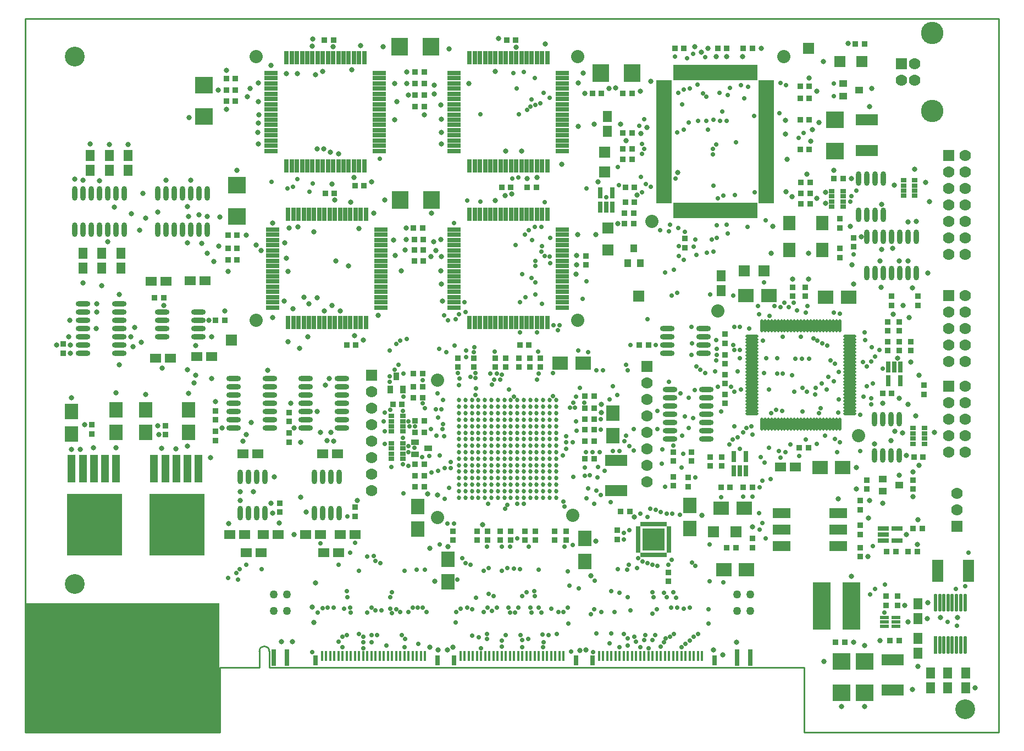
<source format=gts>
%FSLAX23Y23*%
%MOIN*%
G70*
G01*
G75*
G04 Layer_Color=8388736*
%ADD10C,0.040*%
%ADD11R,0.037X0.035*%
%ADD12R,0.037X0.035*%
%ADD13R,0.075X0.020*%
%ADD14R,0.020X0.075*%
%ADD15R,0.330X0.370*%
%ADD16R,0.040X0.160*%
%ADD17R,0.090X0.012*%
%ADD18R,0.012X0.090*%
%ADD19R,0.031X0.060*%
%ADD20R,0.014X0.060*%
%ADD21R,0.030X0.100*%
%ADD22O,0.080X0.024*%
%ADD23O,0.024X0.080*%
%ADD24R,0.070X0.078*%
%ADD25R,0.063X0.063*%
%ADD26R,0.035X0.037*%
%ADD27R,0.035X0.037*%
%ADD28R,0.015X0.100*%
%ADD29O,0.015X0.100*%
%ADD30R,0.098X0.051*%
%ADD31R,0.100X0.052*%
%ADD32R,0.128X0.128*%
%ADD33R,0.020X0.012*%
%ADD34R,0.012X0.020*%
%ADD35R,0.030X0.030*%
%ADD36R,0.085X0.071*%
%ADD37R,0.071X0.085*%
%ADD38R,0.030X0.030*%
%ADD39R,0.125X0.060*%
%ADD40R,0.030X0.037*%
%ADD41R,0.060X0.050*%
%ADD42R,0.037X0.030*%
%ADD43R,0.050X0.060*%
%ADD44R,0.100X0.095*%
%ADD45R,0.060X0.060*%
%ADD46R,0.060X0.125*%
%ADD47R,0.028X0.017*%
%ADD48R,0.095X0.100*%
%ADD49R,0.063X0.063*%
%ADD50R,0.060X0.060*%
%ADD51O,0.071X0.012*%
%ADD52O,0.012X0.071*%
%ADD53R,0.100X0.280*%
%ADD54R,0.045X0.014*%
%ADD55R,0.057X0.022*%
%ADD56R,0.057X0.022*%
%ADD57R,0.022X0.057*%
%ADD58R,0.022X0.057*%
%ADD59C,0.019*%
%ADD60R,1.170X0.780*%
%ADD61C,0.020*%
%ADD62C,0.008*%
%ADD63C,0.006*%
%ADD64C,0.010*%
%ADD65C,0.015*%
%ADD66C,0.010*%
%ADD67C,0.050*%
%ADD68C,0.062*%
%ADD69R,0.062X0.062*%
%ADD70C,0.128*%
%ADD71C,0.236*%
%ADD72C,0.020*%
%ADD73C,0.025*%
%ADD74C,0.040*%
G04:AMPARAMS|DCode=75|XSize=85mil|YSize=85mil|CornerRadius=0mil|HoleSize=0mil|Usage=FLASHONLY|Rotation=0.000|XOffset=0mil|YOffset=0mil|HoleType=Round|Shape=Relief|Width=10mil|Gap=10mil|Entries=4|*
%AMTHD75*
7,0,0,0.085,0.065,0.010,45*
%
%ADD75THD75*%
%ADD76C,0.082*%
%ADD77C,0.132*%
G04:AMPARAMS|DCode=78|XSize=102mil|YSize=102mil|CornerRadius=0mil|HoleSize=0mil|Usage=FLASHONLY|Rotation=0.000|XOffset=0mil|YOffset=0mil|HoleType=Round|Shape=Relief|Width=10mil|Gap=10mil|Entries=4|*
%AMTHD78*
7,0,0,0.102,0.082,0.010,45*
%
%ADD78THD78*%
%ADD79C,0.065*%
G04:AMPARAMS|DCode=80|XSize=178mil|YSize=178mil|CornerRadius=0mil|HoleSize=0mil|Usage=FLASHONLY|Rotation=0.000|XOffset=0mil|YOffset=0mil|HoleType=Round|Shape=Relief|Width=10mil|Gap=10mil|Entries=4|*
%AMTHD80*
7,0,0,0.178,0.158,0.010,45*
%
%ADD80THD80*%
G04:AMPARAMS|DCode=81|XSize=96mil|YSize=96mil|CornerRadius=0mil|HoleSize=0mil|Usage=FLASHONLY|Rotation=0.000|XOffset=0mil|YOffset=0mil|HoleType=Round|Shape=Relief|Width=10mil|Gap=10mil|Entries=4|*
%AMTHD81*
7,0,0,0.096,0.076,0.010,45*
%
%ADD81THD81*%
%ADD82C,0.030*%
%ADD83C,0.035*%
%ADD84C,0.158*%
%ADD85C,0.076*%
%ADD86R,0.016X0.085*%
%ADD87R,0.707X0.020*%
%ADD88C,0.009*%
%ADD89C,0.010*%
%ADD90C,0.012*%
%ADD91C,0.024*%
%ADD92C,0.004*%
%ADD93C,0.008*%
%ADD94C,0.005*%
%ADD95R,0.350X0.200*%
%ADD96R,0.090X0.740*%
%ADD97R,0.500X0.090*%
%ADD98R,0.505X0.090*%
%ADD99C,0.080*%
%ADD100C,0.120*%
%ADD101R,0.045X0.043*%
%ADD102R,0.045X0.043*%
%ADD103R,0.083X0.028*%
%ADD104R,0.028X0.083*%
%ADD105R,0.338X0.378*%
%ADD106R,0.048X0.168*%
%ADD107R,0.098X0.020*%
%ADD108R,0.020X0.098*%
%ADD109O,0.088X0.032*%
%ADD110O,0.032X0.088*%
%ADD111R,0.078X0.086*%
%ADD112R,0.071X0.071*%
%ADD113R,0.043X0.045*%
%ADD114R,0.043X0.045*%
%ADD115R,0.023X0.108*%
%ADD116O,0.023X0.108*%
%ADD117R,0.106X0.059*%
%ADD118R,0.108X0.060*%
%ADD119R,0.136X0.136*%
%ADD120R,0.028X0.020*%
%ADD121R,0.020X0.028*%
%ADD122R,0.038X0.038*%
%ADD123R,0.093X0.079*%
%ADD124R,0.079X0.093*%
%ADD125R,0.038X0.038*%
%ADD126R,0.133X0.068*%
%ADD127R,0.038X0.045*%
%ADD128R,0.068X0.058*%
%ADD129R,0.045X0.038*%
%ADD130R,0.058X0.068*%
%ADD131R,0.108X0.103*%
%ADD132R,0.068X0.068*%
%ADD133R,0.068X0.133*%
%ADD134R,0.036X0.025*%
%ADD135R,0.103X0.108*%
%ADD136R,0.071X0.071*%
%ADD137R,0.068X0.068*%
%ADD138O,0.079X0.020*%
%ADD139O,0.020X0.079*%
%ADD140R,0.108X0.288*%
%ADD141R,0.053X0.022*%
%ADD142R,0.065X0.030*%
%ADD143R,0.065X0.030*%
%ADD144R,0.030X0.065*%
%ADD145R,0.030X0.065*%
%ADD146C,0.027*%
%ADD147R,1.178X0.788*%
%ADD148C,0.058*%
%ADD149C,0.070*%
%ADD150R,0.070X0.070*%
%ADD151C,0.136*%
%ADD152C,0.244*%
%ADD153C,0.028*%
%ADD154C,0.033*%
D19*
X3442Y435D02*
D03*
X4182D02*
D03*
X3342D02*
D03*
X2602D02*
D03*
X2502D02*
D03*
X1762D02*
D03*
D20*
X4105Y463D02*
D03*
X4080D02*
D03*
X4055D02*
D03*
X4030D02*
D03*
X4005D02*
D03*
X3980D02*
D03*
X3955D02*
D03*
X3930D02*
D03*
X3905D02*
D03*
X3880D02*
D03*
X3855D02*
D03*
X3830D02*
D03*
X3805D02*
D03*
X3780D02*
D03*
X3755D02*
D03*
X3730D02*
D03*
X3705D02*
D03*
X3680D02*
D03*
X3655D02*
D03*
X3630D02*
D03*
X3605D02*
D03*
X3580D02*
D03*
X3555D02*
D03*
X3530D02*
D03*
X3505D02*
D03*
X3480D02*
D03*
X3265Y462D02*
D03*
X3240D02*
D03*
X3215D02*
D03*
X3190D02*
D03*
X3165D02*
D03*
X3140D02*
D03*
X3115D02*
D03*
X3090D02*
D03*
X3065D02*
D03*
X3040D02*
D03*
X3015D02*
D03*
X2990D02*
D03*
X2965D02*
D03*
X2940D02*
D03*
X2915D02*
D03*
X2890D02*
D03*
X2865D02*
D03*
X2840D02*
D03*
X2815D02*
D03*
X2790D02*
D03*
X2765D02*
D03*
X2740D02*
D03*
X2715D02*
D03*
X2690D02*
D03*
X2665D02*
D03*
X2640D02*
D03*
X2425D02*
D03*
X2400D02*
D03*
X2375D02*
D03*
X2350D02*
D03*
X2325D02*
D03*
X2300D02*
D03*
X2275D02*
D03*
X2250D02*
D03*
X2225D02*
D03*
X2200D02*
D03*
X2175D02*
D03*
X2150D02*
D03*
X2125D02*
D03*
X2100D02*
D03*
X2075D02*
D03*
X2050D02*
D03*
X2025D02*
D03*
X2000D02*
D03*
X1975D02*
D03*
X1950D02*
D03*
X1925D02*
D03*
X1900D02*
D03*
X1875D02*
D03*
X1850D02*
D03*
X1825D02*
D03*
X1800D02*
D03*
D21*
X1508Y453D02*
D03*
X1587D02*
D03*
X4318Y453D02*
D03*
X4397D02*
D03*
D64*
X1480Y492D02*
G03*
X1420Y492I-30J0D01*
G01*
X5905Y0D02*
Y4330D01*
X0D02*
X5905D01*
X1420Y394D02*
Y492D01*
X1480Y395D02*
Y492D01*
Y394D02*
X4117D01*
X4725D01*
X1180D02*
X1420D01*
X4725Y0D02*
X5905D01*
X4725D02*
Y394D01*
X0Y0D02*
Y4330D01*
Y0D02*
X1180D01*
Y394D01*
D67*
X1588Y737D02*
D03*
Y837D02*
D03*
X1508D02*
D03*
Y737D02*
D03*
X4398D02*
D03*
X4318D02*
D03*
X4318Y837D02*
D03*
X4398D02*
D03*
D96*
X4495Y3585D02*
D03*
X3875D02*
D03*
D97*
X4185Y3165D02*
D03*
D98*
X4183Y4005D02*
D03*
D99*
X1400Y4100D02*
D03*
X3350D02*
D03*
X1400Y2500D02*
D03*
X3350D02*
D03*
X3800Y3100D02*
D03*
X4600Y4100D02*
D03*
X2500Y1302D02*
D03*
X3320Y1316D02*
D03*
X2500Y2135D02*
D03*
X5055Y1800D02*
D03*
X4200Y2555D02*
D03*
D100*
X300Y900D02*
D03*
X5700Y140D02*
D03*
X300Y4100D02*
D03*
D101*
X5201Y1537D02*
D03*
X5299Y1500D02*
D03*
X5058Y3898D02*
D03*
X4960Y3935D02*
D03*
D102*
X5201Y1463D02*
D03*
X4960Y3860D02*
D03*
D103*
X2148Y4000D02*
D03*
Y3969D02*
D03*
X1490Y3811D02*
D03*
Y3843D02*
D03*
X2148Y3906D02*
D03*
Y3874D02*
D03*
Y3811D02*
D03*
Y3780D02*
D03*
Y3748D02*
D03*
Y3685D02*
D03*
Y3654D02*
D03*
Y3622D02*
D03*
Y3591D02*
D03*
Y3559D02*
D03*
X1490Y3937D02*
D03*
X2148Y3528D02*
D03*
Y3717D02*
D03*
Y3937D02*
D03*
X1490Y3874D02*
D03*
Y3969D02*
D03*
Y3780D02*
D03*
Y3748D02*
D03*
Y3717D02*
D03*
Y3685D02*
D03*
Y3654D02*
D03*
Y3622D02*
D03*
Y3591D02*
D03*
Y3559D02*
D03*
Y3528D02*
D03*
Y4000D02*
D03*
Y3906D02*
D03*
X2148Y3843D02*
D03*
X2158Y3050D02*
D03*
Y3019D02*
D03*
X1500Y2861D02*
D03*
Y2893D02*
D03*
X2158Y2956D02*
D03*
Y2924D02*
D03*
Y2861D02*
D03*
Y2830D02*
D03*
Y2798D02*
D03*
Y2735D02*
D03*
Y2704D02*
D03*
Y2672D02*
D03*
Y2641D02*
D03*
Y2609D02*
D03*
X1500Y2987D02*
D03*
X2158Y2578D02*
D03*
Y2767D02*
D03*
Y2987D02*
D03*
X1500Y2924D02*
D03*
Y3019D02*
D03*
Y2830D02*
D03*
Y2798D02*
D03*
Y2767D02*
D03*
Y2735D02*
D03*
Y2704D02*
D03*
Y2672D02*
D03*
Y2641D02*
D03*
Y2609D02*
D03*
Y2578D02*
D03*
Y3050D02*
D03*
Y2956D02*
D03*
X2158Y2893D02*
D03*
X3258Y3050D02*
D03*
Y3019D02*
D03*
X2600Y2861D02*
D03*
Y2893D02*
D03*
X3258Y2956D02*
D03*
Y2924D02*
D03*
Y2861D02*
D03*
Y2830D02*
D03*
Y2798D02*
D03*
Y2735D02*
D03*
Y2704D02*
D03*
Y2672D02*
D03*
Y2641D02*
D03*
Y2609D02*
D03*
X2600Y2987D02*
D03*
X3258Y2578D02*
D03*
Y2767D02*
D03*
Y2987D02*
D03*
X2600Y2924D02*
D03*
Y3019D02*
D03*
Y2830D02*
D03*
Y2798D02*
D03*
Y2767D02*
D03*
Y2735D02*
D03*
Y2704D02*
D03*
Y2672D02*
D03*
Y2641D02*
D03*
Y2609D02*
D03*
Y2578D02*
D03*
Y3050D02*
D03*
Y2956D02*
D03*
X3258Y2893D02*
D03*
Y4000D02*
D03*
Y3969D02*
D03*
X2600Y3811D02*
D03*
Y3843D02*
D03*
X3258Y3906D02*
D03*
Y3874D02*
D03*
Y3811D02*
D03*
Y3780D02*
D03*
Y3748D02*
D03*
Y3685D02*
D03*
Y3654D02*
D03*
Y3622D02*
D03*
Y3591D02*
D03*
Y3559D02*
D03*
X2600Y3937D02*
D03*
X3258Y3528D02*
D03*
Y3717D02*
D03*
Y3937D02*
D03*
X2600Y3874D02*
D03*
Y3969D02*
D03*
Y3780D02*
D03*
Y3748D02*
D03*
Y3717D02*
D03*
Y3685D02*
D03*
Y3654D02*
D03*
Y3622D02*
D03*
Y3591D02*
D03*
Y3559D02*
D03*
Y3528D02*
D03*
Y4000D02*
D03*
Y3906D02*
D03*
X3258Y3843D02*
D03*
D104*
X1836Y4093D02*
D03*
X2057Y3436D02*
D03*
X2025D02*
D03*
X1962D02*
D03*
X1931D02*
D03*
X1868D02*
D03*
X1836D02*
D03*
X1647Y4093D02*
D03*
X1805Y3436D02*
D03*
X1899D02*
D03*
X2057Y4093D02*
D03*
X1742D02*
D03*
X1710D02*
D03*
X2025D02*
D03*
X1616D02*
D03*
X1679D02*
D03*
X1584Y3436D02*
D03*
X1616D02*
D03*
X1647D02*
D03*
X1679D02*
D03*
X1710D02*
D03*
X1742D02*
D03*
X1773D02*
D03*
X1899Y4093D02*
D03*
X1805D02*
D03*
X1931D02*
D03*
X1773D02*
D03*
X1962D02*
D03*
X1994D02*
D03*
X1584D02*
D03*
X1994Y3436D02*
D03*
X1868Y4093D02*
D03*
X1846Y3143D02*
D03*
X2067Y2486D02*
D03*
X2035D02*
D03*
X1972D02*
D03*
X1941D02*
D03*
X1878D02*
D03*
X1846D02*
D03*
X1657Y3143D02*
D03*
X1815Y2486D02*
D03*
X1909D02*
D03*
X2067Y3143D02*
D03*
X1752D02*
D03*
X1720D02*
D03*
X2035D02*
D03*
X1626D02*
D03*
X1689D02*
D03*
X1594Y2486D02*
D03*
X1626D02*
D03*
X1657D02*
D03*
X1689D02*
D03*
X1720D02*
D03*
X1752D02*
D03*
X1783D02*
D03*
X1909Y3143D02*
D03*
X1815D02*
D03*
X1941D02*
D03*
X1783D02*
D03*
X1972D02*
D03*
X2004D02*
D03*
X1594D02*
D03*
X2004Y2486D02*
D03*
X1878Y3143D02*
D03*
X2946D02*
D03*
X3167Y2486D02*
D03*
X3135D02*
D03*
X3072D02*
D03*
X3041D02*
D03*
X2978D02*
D03*
X2946D02*
D03*
X2757Y3143D02*
D03*
X2915Y2486D02*
D03*
X3009D02*
D03*
X3167Y3143D02*
D03*
X2852D02*
D03*
X2820D02*
D03*
X3135D02*
D03*
X2726D02*
D03*
X2789D02*
D03*
X2694Y2486D02*
D03*
X2726D02*
D03*
X2757D02*
D03*
X2789D02*
D03*
X2820D02*
D03*
X2852D02*
D03*
X2883D02*
D03*
X3009Y3143D02*
D03*
X2915D02*
D03*
X3041D02*
D03*
X2883D02*
D03*
X3072D02*
D03*
X3104D02*
D03*
X2694D02*
D03*
X3104Y2486D02*
D03*
X2978Y3143D02*
D03*
X2946Y4093D02*
D03*
X3167Y3436D02*
D03*
X3135D02*
D03*
X3072D02*
D03*
X3041D02*
D03*
X2978D02*
D03*
X2946D02*
D03*
X2757Y4093D02*
D03*
X2915Y3436D02*
D03*
X3009D02*
D03*
X3167Y4093D02*
D03*
X2852D02*
D03*
X2820D02*
D03*
X3135D02*
D03*
X2726D02*
D03*
X2789D02*
D03*
X2694Y3436D02*
D03*
X2726D02*
D03*
X2757D02*
D03*
X2789D02*
D03*
X2820D02*
D03*
X2852D02*
D03*
X2883D02*
D03*
X3009Y4093D02*
D03*
X2915D02*
D03*
X3041D02*
D03*
X2883D02*
D03*
X3072D02*
D03*
X3104D02*
D03*
X2694D02*
D03*
X3104Y3436D02*
D03*
X2978Y4093D02*
D03*
D105*
X920Y1260D02*
D03*
X420D02*
D03*
D106*
X849Y1600D02*
D03*
X782D02*
D03*
X916D02*
D03*
X1050D02*
D03*
X983D02*
D03*
X483D02*
D03*
X550D02*
D03*
X416D02*
D03*
X282D02*
D03*
X349D02*
D03*
D107*
X4495Y3220D02*
D03*
Y3279D02*
D03*
Y3318D02*
D03*
Y3338D02*
D03*
Y3358D02*
D03*
Y3377D02*
D03*
Y3417D02*
D03*
Y3476D02*
D03*
Y3496D02*
D03*
Y3515D02*
D03*
Y3771D02*
D03*
Y3791D02*
D03*
Y3811D02*
D03*
Y3870D02*
D03*
Y3948D02*
D03*
X3874Y3929D02*
D03*
Y3870D02*
D03*
Y3437D02*
D03*
Y3299D02*
D03*
Y3909D02*
D03*
Y3377D02*
D03*
Y3358D02*
D03*
Y3338D02*
D03*
Y3318D02*
D03*
X4495Y3614D02*
D03*
Y3633D02*
D03*
Y3653D02*
D03*
Y3673D02*
D03*
Y3692D02*
D03*
X3874Y3220D02*
D03*
X4495Y3437D02*
D03*
X3874Y3614D02*
D03*
Y3535D02*
D03*
Y3515D02*
D03*
Y3496D02*
D03*
Y3555D02*
D03*
Y3850D02*
D03*
Y3830D02*
D03*
X4495Y3456D02*
D03*
Y3594D02*
D03*
Y3732D02*
D03*
Y3259D02*
D03*
X3874Y3948D02*
D03*
Y3653D02*
D03*
Y3397D02*
D03*
X4495Y3751D02*
D03*
X3874Y3594D02*
D03*
X4495Y3397D02*
D03*
X3874Y3417D02*
D03*
X4495Y3889D02*
D03*
X3874Y3240D02*
D03*
Y3574D02*
D03*
Y3476D02*
D03*
Y3456D02*
D03*
X4495Y3830D02*
D03*
Y3850D02*
D03*
X3874Y3811D02*
D03*
Y3791D02*
D03*
Y3771D02*
D03*
Y3751D02*
D03*
Y3732D02*
D03*
Y3712D02*
D03*
Y3692D02*
D03*
Y3673D02*
D03*
X4495Y3909D02*
D03*
Y3929D02*
D03*
Y3299D02*
D03*
Y3555D02*
D03*
Y3574D02*
D03*
X3874Y3259D02*
D03*
X4495Y3535D02*
D03*
Y3240D02*
D03*
Y3712D02*
D03*
X3874Y3889D02*
D03*
Y3633D02*
D03*
Y3279D02*
D03*
D108*
X4372Y4004D02*
D03*
X4214Y3166D02*
D03*
X4234D02*
D03*
X4254D02*
D03*
X4273D02*
D03*
X4391D02*
D03*
X4411D02*
D03*
X4431D02*
D03*
X4332Y4004D02*
D03*
X4313D02*
D03*
X4293D02*
D03*
X4273D02*
D03*
X4136D02*
D03*
X4116D02*
D03*
X4096D02*
D03*
X4076D02*
D03*
X3939Y3166D02*
D03*
X3958D02*
D03*
X3978D02*
D03*
X4293D02*
D03*
X4313D02*
D03*
X4332D02*
D03*
X4352D02*
D03*
X4116D02*
D03*
X4037Y4004D02*
D03*
X4017D02*
D03*
X3998D02*
D03*
X3978D02*
D03*
X3958D02*
D03*
X4195Y3166D02*
D03*
X4372D02*
D03*
X4234Y4004D02*
D03*
X4057D02*
D03*
X4136Y3166D02*
D03*
X3998D02*
D03*
X4037D02*
D03*
X4096D02*
D03*
X4076D02*
D03*
X4431Y4004D02*
D03*
X4155Y3166D02*
D03*
X4411Y4004D02*
D03*
X4155D02*
D03*
X4195D02*
D03*
X4175D02*
D03*
X4214D02*
D03*
X4017Y3166D02*
D03*
X4352Y4004D02*
D03*
X4254D02*
D03*
X3939D02*
D03*
X4175Y3166D02*
D03*
X4391Y4004D02*
D03*
X4057Y3166D02*
D03*
D109*
X1921Y1895D02*
D03*
Y2045D02*
D03*
X1701Y2145D02*
D03*
Y1995D02*
D03*
X1921Y1945D02*
D03*
Y1845D02*
D03*
X1701Y2045D02*
D03*
Y1895D02*
D03*
X1921Y1995D02*
D03*
Y2145D02*
D03*
X1701Y2095D02*
D03*
Y1945D02*
D03*
X1921Y2095D02*
D03*
X1701Y1845D02*
D03*
X4130Y1830D02*
D03*
Y1980D02*
D03*
X3910Y2080D02*
D03*
Y1930D02*
D03*
X4130Y1880D02*
D03*
Y1780D02*
D03*
X3910Y1980D02*
D03*
Y1830D02*
D03*
X4130Y1930D02*
D03*
Y2080D02*
D03*
X3910Y2030D02*
D03*
Y1880D02*
D03*
X4130Y2030D02*
D03*
X3910Y1780D02*
D03*
X570Y2350D02*
D03*
Y2500D02*
D03*
X350Y2600D02*
D03*
Y2450D02*
D03*
X570Y2400D02*
D03*
Y2300D02*
D03*
X350Y2500D02*
D03*
Y2350D02*
D03*
X570Y2450D02*
D03*
Y2600D02*
D03*
X350Y2550D02*
D03*
Y2400D02*
D03*
X570Y2550D02*
D03*
X350Y2300D02*
D03*
X1485Y1895D02*
D03*
Y2045D02*
D03*
X1265Y2145D02*
D03*
Y1995D02*
D03*
X1485Y1945D02*
D03*
Y1845D02*
D03*
X1265Y2045D02*
D03*
Y1895D02*
D03*
X1485Y1995D02*
D03*
Y2145D02*
D03*
X1265Y2095D02*
D03*
Y1945D02*
D03*
X1485Y2095D02*
D03*
X1265Y1845D02*
D03*
X4115Y2350D02*
D03*
Y2450D02*
D03*
X3895Y2400D02*
D03*
X4115D02*
D03*
Y2300D02*
D03*
X3895Y2350D02*
D03*
Y2450D02*
D03*
Y2300D02*
D03*
X1050Y2450D02*
D03*
Y2550D02*
D03*
X830Y2500D02*
D03*
X1050D02*
D03*
Y2400D02*
D03*
X830Y2450D02*
D03*
Y2400D02*
D03*
Y2550D02*
D03*
D110*
X855Y3050D02*
D03*
X1005D02*
D03*
X1105Y3270D02*
D03*
X955D02*
D03*
X905Y3050D02*
D03*
X805D02*
D03*
X1005Y3270D02*
D03*
X855D02*
D03*
X955Y3050D02*
D03*
X1105D02*
D03*
X1055Y3270D02*
D03*
X905D02*
D03*
X1055Y3050D02*
D03*
X805Y3270D02*
D03*
X1405Y1550D02*
D03*
X1305D02*
D03*
X1355Y1330D02*
D03*
Y1550D02*
D03*
X1455D02*
D03*
X1405Y1330D02*
D03*
X1305D02*
D03*
X1455D02*
D03*
X1855Y1550D02*
D03*
X1755D02*
D03*
X1805Y1330D02*
D03*
Y1550D02*
D03*
X1905D02*
D03*
X1855Y1330D02*
D03*
X1755D02*
D03*
X1905D02*
D03*
X350Y3050D02*
D03*
X500D02*
D03*
X600Y3270D02*
D03*
X450D02*
D03*
X400Y3050D02*
D03*
X300D02*
D03*
X500Y3270D02*
D03*
X350D02*
D03*
X450Y3050D02*
D03*
X600D02*
D03*
X550Y3270D02*
D03*
X400D02*
D03*
X550Y3050D02*
D03*
X300Y3270D02*
D03*
X5105Y3005D02*
D03*
X5355Y2785D02*
D03*
X5205Y3005D02*
D03*
X5355D02*
D03*
X5405Y2785D02*
D03*
X5255D02*
D03*
X5155Y3005D02*
D03*
X5305D02*
D03*
X5105Y2785D02*
D03*
X5205D02*
D03*
X5255Y3005D02*
D03*
X5405D02*
D03*
X5305Y2785D02*
D03*
X5155D02*
D03*
X5055Y3360D02*
D03*
X5205Y3140D02*
D03*
Y3360D02*
D03*
X5155Y3140D02*
D03*
X5055D02*
D03*
X5105Y3360D02*
D03*
X5155D02*
D03*
X5105Y3140D02*
D03*
X5300Y1680D02*
D03*
X5150Y1900D02*
D03*
Y1680D02*
D03*
X5200Y1900D02*
D03*
X5300D02*
D03*
X5250Y1680D02*
D03*
X5200D02*
D03*
X5250Y1900D02*
D03*
D111*
X4635Y3090D02*
D03*
Y2925D02*
D03*
X4835D02*
D03*
Y3090D02*
D03*
D112*
X3515Y3400D02*
D03*
Y3520D02*
D03*
D113*
X3655Y2845D02*
D03*
X3692Y2938D02*
D03*
D114*
X3730Y2845D02*
D03*
D115*
X5520Y530D02*
D03*
D116*
X5674Y785D02*
D03*
X5571D02*
D03*
X5546Y530D02*
D03*
X5597D02*
D03*
X5674D02*
D03*
X5571D02*
D03*
X5622D02*
D03*
X5648D02*
D03*
X5699Y785D02*
D03*
X5597D02*
D03*
X5648D02*
D03*
X5699Y530D02*
D03*
X5622Y785D02*
D03*
X5546D02*
D03*
X5520D02*
D03*
D117*
X4930Y1130D02*
D03*
D118*
Y1230D02*
D03*
Y1330D02*
D03*
X4587D02*
D03*
Y1230D02*
D03*
Y1130D02*
D03*
D119*
X3810Y1170D02*
D03*
D120*
X3717Y1239D02*
D03*
Y1219D02*
D03*
Y1200D02*
D03*
Y1180D02*
D03*
Y1160D02*
D03*
Y1140D02*
D03*
Y1121D02*
D03*
Y1101D02*
D03*
X3903Y1239D02*
D03*
Y1219D02*
D03*
Y1200D02*
D03*
Y1180D02*
D03*
Y1160D02*
D03*
Y1140D02*
D03*
Y1121D02*
D03*
Y1101D02*
D03*
D121*
X3741Y1077D02*
D03*
X3761D02*
D03*
X3780D02*
D03*
X3800D02*
D03*
X3820D02*
D03*
X3840D02*
D03*
X3859D02*
D03*
X3879D02*
D03*
X3741Y1263D02*
D03*
X3761D02*
D03*
X3780D02*
D03*
X3800D02*
D03*
X3820D02*
D03*
X3840D02*
D03*
X3859D02*
D03*
X3879D02*
D03*
D122*
X2420Y1490D02*
D03*
X2365D02*
D03*
X2410Y2030D02*
D03*
X2355D02*
D03*
X2410Y2175D02*
D03*
X2355D02*
D03*
X3450Y1835D02*
D03*
X3395D02*
D03*
X3450Y1660D02*
D03*
X3395D02*
D03*
X2365Y1555D02*
D03*
X2420D02*
D03*
X2365Y1890D02*
D03*
X2420D02*
D03*
X3395Y1765D02*
D03*
X3450D02*
D03*
X3395Y1900D02*
D03*
X3450D02*
D03*
X3395Y1965D02*
D03*
X3450D02*
D03*
X2285Y1990D02*
D03*
X2230D02*
D03*
X2410Y2095D02*
D03*
X2355D02*
D03*
X3395Y2040D02*
D03*
X3450D02*
D03*
X840Y2635D02*
D03*
X785D02*
D03*
X1210Y2500D02*
D03*
X1155D02*
D03*
X2420Y1820D02*
D03*
X2365D02*
D03*
X2420Y1625D02*
D03*
X2365D02*
D03*
X3780Y2350D02*
D03*
X3725D02*
D03*
X4970Y545D02*
D03*
X4915D02*
D03*
X3612Y1341D02*
D03*
X3667D02*
D03*
X5300Y555D02*
D03*
X5245D02*
D03*
X5385Y1235D02*
D03*
X5440D02*
D03*
X4255Y1120D02*
D03*
X4310D02*
D03*
X5410Y1095D02*
D03*
X5355D02*
D03*
X5280D02*
D03*
X5225D02*
D03*
X4410Y1485D02*
D03*
X4355D02*
D03*
X4220Y1485D02*
D03*
X4275D02*
D03*
X1230Y3015D02*
D03*
X1285D02*
D03*
X2410Y3060D02*
D03*
X2355D02*
D03*
X4960Y3360D02*
D03*
X4905D02*
D03*
X5035Y4175D02*
D03*
X5090D02*
D03*
X4700Y3845D02*
D03*
X4755D02*
D03*
X1230Y2935D02*
D03*
X1285D02*
D03*
X1230Y2865D02*
D03*
X1285D02*
D03*
X2005Y2350D02*
D03*
X1950D02*
D03*
X2415Y2860D02*
D03*
X2360D02*
D03*
X1820Y3270D02*
D03*
X1875D02*
D03*
X2360Y2925D02*
D03*
X2415D02*
D03*
X2360Y2990D02*
D03*
X2415D02*
D03*
X3000Y2350D02*
D03*
X3055D02*
D03*
X2890Y3305D02*
D03*
X2945D02*
D03*
X3625Y3475D02*
D03*
X3680D02*
D03*
Y3540D02*
D03*
X3625D02*
D03*
X4695Y1725D02*
D03*
X4750D02*
D03*
X4760Y3335D02*
D03*
X4705D02*
D03*
X3640Y3215D02*
D03*
X3695D02*
D03*
X1275Y3965D02*
D03*
X1220D02*
D03*
X2365Y4005D02*
D03*
X2420D02*
D03*
X3690Y3150D02*
D03*
X3635D02*
D03*
X4755Y3920D02*
D03*
X4700D02*
D03*
X3635Y3085D02*
D03*
X3690D02*
D03*
X4700Y3535D02*
D03*
X4755D02*
D03*
X5390Y1670D02*
D03*
X5445D02*
D03*
X4705Y3205D02*
D03*
X4760D02*
D03*
X5200Y2055D02*
D03*
X5255D02*
D03*
X1220Y3895D02*
D03*
X1275D02*
D03*
X1220Y3830D02*
D03*
X1275D02*
D03*
X2055Y3315D02*
D03*
X2000D02*
D03*
X2420Y3795D02*
D03*
X2365D02*
D03*
X1815Y4200D02*
D03*
X1870D02*
D03*
X2365Y3865D02*
D03*
X2420D02*
D03*
X2365Y3935D02*
D03*
X2420D02*
D03*
X2920Y4200D02*
D03*
X2975D02*
D03*
X3495Y3875D02*
D03*
X3440D02*
D03*
X3045Y3305D02*
D03*
X3100D02*
D03*
X3995Y4150D02*
D03*
X3940D02*
D03*
X3625Y3875D02*
D03*
X3680D02*
D03*
X3625Y3635D02*
D03*
X3680D02*
D03*
X3640Y3305D02*
D03*
X3695D02*
D03*
X4760Y3270D02*
D03*
X4705D02*
D03*
X4755Y3715D02*
D03*
X4700D02*
D03*
X4410Y4150D02*
D03*
X4355D02*
D03*
X4200Y4150D02*
D03*
X4255D02*
D03*
D123*
X3245Y2240D02*
D03*
X3383D02*
D03*
X4375Y985D02*
D03*
X4237D02*
D03*
X4360Y1360D02*
D03*
X4222D02*
D03*
X4510Y2650D02*
D03*
X4372D02*
D03*
X4820Y1605D02*
D03*
X4958D02*
D03*
X4855Y2640D02*
D03*
X4993D02*
D03*
D124*
X2565Y1050D02*
D03*
Y912D02*
D03*
X3395Y1175D02*
D03*
Y1037D02*
D03*
X2380Y1370D02*
D03*
Y1232D02*
D03*
X3565Y1800D02*
D03*
Y1938D02*
D03*
X4030Y1375D02*
D03*
Y1237D02*
D03*
X730Y1820D02*
D03*
Y1958D02*
D03*
X990Y1820D02*
D03*
Y1958D02*
D03*
X280Y1810D02*
D03*
Y1948D02*
D03*
X550Y1820D02*
D03*
Y1958D02*
D03*
D125*
X2595Y1220D02*
D03*
Y1165D02*
D03*
X2740Y1220D02*
D03*
Y1165D02*
D03*
X2805Y1220D02*
D03*
Y1165D02*
D03*
X3030Y1220D02*
D03*
Y1165D02*
D03*
X3095Y1220D02*
D03*
Y1165D02*
D03*
X3280Y1220D02*
D03*
Y1165D02*
D03*
X3210Y1220D02*
D03*
Y1165D02*
D03*
X3060Y2215D02*
D03*
Y2270D02*
D03*
X3125Y2215D02*
D03*
Y2270D02*
D03*
X2915Y2215D02*
D03*
Y2270D02*
D03*
X2720Y2215D02*
D03*
Y2270D02*
D03*
X2625Y2215D02*
D03*
Y2270D02*
D03*
X2850Y2215D02*
D03*
Y2270D02*
D03*
X2945Y1165D02*
D03*
Y1220D02*
D03*
X2880Y1165D02*
D03*
Y1220D02*
D03*
X3930Y1700D02*
D03*
Y1645D02*
D03*
X1600Y1760D02*
D03*
Y1815D02*
D03*
X1155Y1770D02*
D03*
Y1825D02*
D03*
X1600Y1940D02*
D03*
Y1885D02*
D03*
X4040Y1700D02*
D03*
Y1645D02*
D03*
X5450Y2050D02*
D03*
Y2105D02*
D03*
X2995Y2215D02*
D03*
Y2270D02*
D03*
X2000Y1310D02*
D03*
Y1365D02*
D03*
X4245Y2360D02*
D03*
Y2415D02*
D03*
X5415Y2590D02*
D03*
Y2645D02*
D03*
X1545Y1335D02*
D03*
Y1390D02*
D03*
X230Y2300D02*
D03*
Y2355D02*
D03*
X1155Y1895D02*
D03*
Y1950D02*
D03*
X3900Y915D02*
D03*
Y970D02*
D03*
X850Y1860D02*
D03*
Y1805D02*
D03*
X405Y1865D02*
D03*
Y1810D02*
D03*
X3590Y1170D02*
D03*
Y1225D02*
D03*
X5065Y1200D02*
D03*
Y1255D02*
D03*
Y1065D02*
D03*
Y1120D02*
D03*
X5290Y770D02*
D03*
Y825D02*
D03*
X5220Y770D02*
D03*
Y825D02*
D03*
X5065Y1405D02*
D03*
Y1350D02*
D03*
X4410Y1120D02*
D03*
Y1175D02*
D03*
X5025Y3000D02*
D03*
Y2945D02*
D03*
X4155Y1670D02*
D03*
Y1615D02*
D03*
X4225Y1670D02*
D03*
Y1615D02*
D03*
X5385Y1475D02*
D03*
Y1530D02*
D03*
X5105D02*
D03*
Y1475D02*
D03*
X4245Y2170D02*
D03*
Y2115D02*
D03*
Y2050D02*
D03*
Y1995D02*
D03*
X5255Y2645D02*
D03*
Y2590D02*
D03*
X4245Y2235D02*
D03*
Y2290D02*
D03*
X5300Y2490D02*
D03*
Y2435D02*
D03*
X3930Y1495D02*
D03*
Y1550D02*
D03*
X5230Y2435D02*
D03*
Y2490D02*
D03*
X4020Y1545D02*
D03*
Y1490D02*
D03*
X3400Y2835D02*
D03*
Y2890D02*
D03*
X4655Y2700D02*
D03*
Y2645D02*
D03*
X4730D02*
D03*
Y2700D02*
D03*
X5300Y2370D02*
D03*
Y2315D02*
D03*
X5230D02*
D03*
Y2370D02*
D03*
X4940Y3060D02*
D03*
Y3115D02*
D03*
X4940Y2935D02*
D03*
Y2880D02*
D03*
X5370Y2315D02*
D03*
Y2370D02*
D03*
X4000Y2940D02*
D03*
Y2995D02*
D03*
D126*
X3585Y1650D02*
D03*
Y1465D02*
D03*
X5260Y255D02*
D03*
Y440D02*
D03*
X5105Y3715D02*
D03*
Y3530D02*
D03*
D127*
X2252Y2159D02*
D03*
X2290Y2080D02*
D03*
X2215Y2080D02*
D03*
D128*
X1000Y2740D02*
D03*
X1090D02*
D03*
X855Y2735D02*
D03*
X765D02*
D03*
X880Y2270D02*
D03*
X790D02*
D03*
X1130Y2280D02*
D03*
X1040D02*
D03*
X1910Y1200D02*
D03*
X2000D02*
D03*
X1895Y1690D02*
D03*
X1805D02*
D03*
X1700Y1200D02*
D03*
X1790D02*
D03*
X1900Y1090D02*
D03*
X1810D02*
D03*
X1445Y1200D02*
D03*
X1535D02*
D03*
X1320Y1690D02*
D03*
X1410D02*
D03*
X1240Y1200D02*
D03*
X1330D02*
D03*
X1430Y1090D02*
D03*
X1340D02*
D03*
X4670Y1610D02*
D03*
X4580D02*
D03*
D129*
X2444Y1723D02*
D03*
X2365Y1685D02*
D03*
X2365Y1760D02*
D03*
D130*
X510Y3500D02*
D03*
Y3410D02*
D03*
X395Y3500D02*
D03*
Y3410D02*
D03*
X625Y3500D02*
D03*
Y3410D02*
D03*
X580Y2815D02*
D03*
Y2905D02*
D03*
X465Y2815D02*
D03*
Y2905D02*
D03*
X350Y2815D02*
D03*
Y2905D02*
D03*
X5705Y360D02*
D03*
Y270D02*
D03*
X5415Y570D02*
D03*
Y480D02*
D03*
Y780D02*
D03*
Y690D02*
D03*
X5490Y360D02*
D03*
Y270D02*
D03*
X5595Y360D02*
D03*
Y270D02*
D03*
X3530Y3735D02*
D03*
Y3645D02*
D03*
X4220Y2770D02*
D03*
Y2680D02*
D03*
D131*
X4950Y240D02*
D03*
Y430D02*
D03*
X5090Y240D02*
D03*
Y430D02*
D03*
X1285Y3130D02*
D03*
Y3320D02*
D03*
X4910Y3715D02*
D03*
Y3525D02*
D03*
X1085Y3925D02*
D03*
Y3735D02*
D03*
D132*
X4175Y1215D02*
D03*
X4310D02*
D03*
X5075Y4070D02*
D03*
X4940D02*
D03*
X4750Y4150D02*
D03*
X1250Y2380D02*
D03*
X3720Y2645D02*
D03*
D133*
X5535Y980D02*
D03*
X5720D02*
D03*
D134*
X4892Y3190D02*
D03*
Y3221D02*
D03*
Y3253D02*
D03*
Y3284D02*
D03*
X4960D02*
D03*
Y3253D02*
D03*
Y3221D02*
D03*
Y3190D02*
D03*
X5327Y3255D02*
D03*
Y3286D02*
D03*
Y3318D02*
D03*
Y3349D02*
D03*
X5395D02*
D03*
Y3318D02*
D03*
Y3286D02*
D03*
Y3255D02*
D03*
X5453Y1845D02*
D03*
Y1814D02*
D03*
Y1782D02*
D03*
Y1751D02*
D03*
X5385D02*
D03*
Y1782D02*
D03*
Y1814D02*
D03*
Y1845D02*
D03*
X2290Y1825D02*
D03*
Y1856D02*
D03*
Y1888D02*
D03*
Y1919D02*
D03*
X2222D02*
D03*
Y1888D02*
D03*
Y1856D02*
D03*
Y1825D02*
D03*
X2290Y1660D02*
D03*
Y1691D02*
D03*
Y1723D02*
D03*
Y1754D02*
D03*
X2222D02*
D03*
Y1723D02*
D03*
Y1691D02*
D03*
Y1660D02*
D03*
D135*
X2465Y3230D02*
D03*
X2275D02*
D03*
X2460Y4160D02*
D03*
X2270D02*
D03*
X3490Y4000D02*
D03*
X3680D02*
D03*
D136*
X4360Y2800D02*
D03*
X4480D02*
D03*
D137*
X3535Y3060D02*
D03*
Y2925D02*
D03*
D138*
X5001Y2404D02*
D03*
Y2365D02*
D03*
Y2345D02*
D03*
Y2325D02*
D03*
Y2306D02*
D03*
Y2286D02*
D03*
Y2266D02*
D03*
Y2246D02*
D03*
Y2227D02*
D03*
Y2207D02*
D03*
Y2187D02*
D03*
Y2168D02*
D03*
Y2148D02*
D03*
Y2128D02*
D03*
Y2109D02*
D03*
Y2089D02*
D03*
Y2069D02*
D03*
Y2050D02*
D03*
Y2030D02*
D03*
Y2010D02*
D03*
Y1991D02*
D03*
Y1971D02*
D03*
Y1951D02*
D03*
Y1932D02*
D03*
X4407D02*
D03*
Y1951D02*
D03*
Y1971D02*
D03*
Y1991D02*
D03*
Y2010D02*
D03*
Y2030D02*
D03*
Y2050D02*
D03*
Y2069D02*
D03*
Y2089D02*
D03*
Y2109D02*
D03*
Y2128D02*
D03*
Y2148D02*
D03*
Y2168D02*
D03*
Y2187D02*
D03*
Y2207D02*
D03*
Y2227D02*
D03*
Y2246D02*
D03*
Y2266D02*
D03*
Y2286D02*
D03*
Y2306D02*
D03*
Y2325D02*
D03*
Y2345D02*
D03*
Y2365D02*
D03*
Y2384D02*
D03*
Y2404D02*
D03*
X5001Y2384D02*
D03*
D139*
X4940Y1871D02*
D03*
X4920D02*
D03*
X4901D02*
D03*
X4881D02*
D03*
X4861D02*
D03*
X4842D02*
D03*
X4822D02*
D03*
X4802D02*
D03*
X4783D02*
D03*
X4763D02*
D03*
X4743D02*
D03*
X4723D02*
D03*
X4704D02*
D03*
X4684D02*
D03*
X4664D02*
D03*
X4645D02*
D03*
X4625D02*
D03*
X4605D02*
D03*
X4586D02*
D03*
X4566D02*
D03*
X4546D02*
D03*
X4527D02*
D03*
X4507D02*
D03*
X4487D02*
D03*
X4468D02*
D03*
Y2465D02*
D03*
X4487D02*
D03*
X4507D02*
D03*
X4527D02*
D03*
X4546D02*
D03*
X4566D02*
D03*
X4586D02*
D03*
X4605D02*
D03*
X4625D02*
D03*
X4645D02*
D03*
X4664D02*
D03*
X4684D02*
D03*
X4704D02*
D03*
X4723D02*
D03*
X4743D02*
D03*
X4763D02*
D03*
X4783D02*
D03*
X4802D02*
D03*
X4822D02*
D03*
X4842D02*
D03*
X4861D02*
D03*
X4881D02*
D03*
X4901D02*
D03*
X4920D02*
D03*
X4940D02*
D03*
D140*
X5011Y765D02*
D03*
X4830D02*
D03*
D141*
X5211Y696D02*
D03*
Y670D02*
D03*
Y644D02*
D03*
X5279Y670D02*
D03*
Y644D02*
D03*
X5279Y696D02*
D03*
D142*
X5203Y1237D02*
D03*
D143*
X5203Y1200D02*
D03*
Y1163D02*
D03*
X5287D02*
D03*
Y1237D02*
D03*
D144*
X5307Y2217D02*
D03*
X3488Y3188D02*
D03*
X4298Y1588D02*
D03*
D145*
X5270Y2217D02*
D03*
X5233D02*
D03*
Y2133D02*
D03*
X5307D02*
D03*
X3525Y3188D02*
D03*
X3562D02*
D03*
Y3272D02*
D03*
X3488D02*
D03*
X4335Y1588D02*
D03*
X4372D02*
D03*
Y1672D02*
D03*
X4298D02*
D03*
D146*
X3221Y1424D02*
D03*
X3181D02*
D03*
X3142D02*
D03*
X3102D02*
D03*
X3063D02*
D03*
X3024D02*
D03*
X2984D02*
D03*
X2945D02*
D03*
X2906D02*
D03*
X2866D02*
D03*
X2827D02*
D03*
X2787D02*
D03*
X2748D02*
D03*
X2709D02*
D03*
X2669D02*
D03*
X2630D02*
D03*
X3221Y1464D02*
D03*
X3181D02*
D03*
X3142D02*
D03*
X3102D02*
D03*
X3063D02*
D03*
X3024D02*
D03*
X2984D02*
D03*
X2945D02*
D03*
X2906D02*
D03*
X2866D02*
D03*
X2827D02*
D03*
X2787D02*
D03*
X2748D02*
D03*
X2709D02*
D03*
X2669D02*
D03*
X2630D02*
D03*
X3221Y1503D02*
D03*
X3181D02*
D03*
X3142D02*
D03*
X3102D02*
D03*
X3063D02*
D03*
X3024D02*
D03*
X2984D02*
D03*
X2945D02*
D03*
X2906D02*
D03*
X2866D02*
D03*
X2827D02*
D03*
X2787D02*
D03*
X2748D02*
D03*
X2709D02*
D03*
X2669D02*
D03*
X2630D02*
D03*
X3221Y1543D02*
D03*
X3181D02*
D03*
X3142D02*
D03*
X3102D02*
D03*
X3063D02*
D03*
X3024D02*
D03*
X2984D02*
D03*
X2945D02*
D03*
X2906D02*
D03*
X2866D02*
D03*
X2827D02*
D03*
X2787D02*
D03*
X2748D02*
D03*
X2709D02*
D03*
X2669D02*
D03*
X2630D02*
D03*
X3221Y1582D02*
D03*
X3181D02*
D03*
X3142D02*
D03*
X3102D02*
D03*
X3063D02*
D03*
X3024D02*
D03*
X2984D02*
D03*
X2945D02*
D03*
X2906D02*
D03*
X2866D02*
D03*
X2827D02*
D03*
X2787D02*
D03*
X2748D02*
D03*
X2709D02*
D03*
X2669D02*
D03*
X2630D02*
D03*
X3221Y1621D02*
D03*
X3181D02*
D03*
X3142D02*
D03*
X3102D02*
D03*
X3063D02*
D03*
X3024D02*
D03*
X2984D02*
D03*
X2945D02*
D03*
X2906D02*
D03*
X2866D02*
D03*
X2827D02*
D03*
X2787D02*
D03*
X2748D02*
D03*
X2709D02*
D03*
X2669D02*
D03*
X2630D02*
D03*
X3221Y1661D02*
D03*
X3181D02*
D03*
X3142D02*
D03*
X3102D02*
D03*
X3063D02*
D03*
X3024D02*
D03*
X2984D02*
D03*
X2945D02*
D03*
X2906D02*
D03*
X2866D02*
D03*
X2827D02*
D03*
X2787D02*
D03*
X2748D02*
D03*
X2709D02*
D03*
X2669D02*
D03*
X2630D02*
D03*
X3221Y1700D02*
D03*
X3181D02*
D03*
X3142D02*
D03*
X3102D02*
D03*
X3063D02*
D03*
X3024D02*
D03*
X2984D02*
D03*
X2945D02*
D03*
X2906D02*
D03*
X2866D02*
D03*
X2827D02*
D03*
X2787D02*
D03*
X2748D02*
D03*
X2709D02*
D03*
X2669D02*
D03*
X2630D02*
D03*
X3221Y1739D02*
D03*
X3181D02*
D03*
X3142D02*
D03*
X3102D02*
D03*
X3063D02*
D03*
X3024D02*
D03*
X2984D02*
D03*
X2945D02*
D03*
X2906D02*
D03*
X2866D02*
D03*
X2827D02*
D03*
X2787D02*
D03*
X2748D02*
D03*
X2709D02*
D03*
X2669D02*
D03*
X2630D02*
D03*
X3221Y1779D02*
D03*
X3181D02*
D03*
X3142D02*
D03*
X3102D02*
D03*
X3063D02*
D03*
X3024D02*
D03*
X2984D02*
D03*
X2945D02*
D03*
X2906D02*
D03*
X2866D02*
D03*
X2827D02*
D03*
X2787D02*
D03*
X2748D02*
D03*
X2709D02*
D03*
X2669D02*
D03*
X2630D02*
D03*
X3221Y1818D02*
D03*
X3181D02*
D03*
X3142D02*
D03*
X3102D02*
D03*
X3063D02*
D03*
X3024D02*
D03*
X2984D02*
D03*
X2945D02*
D03*
X2906D02*
D03*
X2866D02*
D03*
X2827D02*
D03*
X2787D02*
D03*
X2748D02*
D03*
X2709D02*
D03*
X2669D02*
D03*
X2630D02*
D03*
X3221Y1858D02*
D03*
X3181D02*
D03*
X3142D02*
D03*
X3102D02*
D03*
X3063D02*
D03*
X3024D02*
D03*
X2984D02*
D03*
X2945D02*
D03*
X2906D02*
D03*
X2866D02*
D03*
X2827D02*
D03*
X2787D02*
D03*
X2748D02*
D03*
X2709D02*
D03*
X2669D02*
D03*
X2630D02*
D03*
X3221Y1897D02*
D03*
X3181D02*
D03*
X3142D02*
D03*
X3102D02*
D03*
X3063D02*
D03*
X3024D02*
D03*
X2984D02*
D03*
X2945D02*
D03*
X2906D02*
D03*
X2866D02*
D03*
X2827D02*
D03*
X2787D02*
D03*
X2748D02*
D03*
X2709D02*
D03*
X2669D02*
D03*
X2630D02*
D03*
X3221Y1936D02*
D03*
X3181D02*
D03*
X3142D02*
D03*
X3102D02*
D03*
X3063D02*
D03*
X3024D02*
D03*
X2984D02*
D03*
X2945D02*
D03*
X2906D02*
D03*
X2866D02*
D03*
X2827D02*
D03*
X2787D02*
D03*
X2748D02*
D03*
X2709D02*
D03*
X2669D02*
D03*
X2630D02*
D03*
X3221Y1976D02*
D03*
X3181D02*
D03*
X3142D02*
D03*
X3102D02*
D03*
X3063D02*
D03*
X3024D02*
D03*
X2984D02*
D03*
X2945D02*
D03*
X2906D02*
D03*
X2866D02*
D03*
X2827D02*
D03*
X2787D02*
D03*
X2748D02*
D03*
X2709D02*
D03*
X2669D02*
D03*
X2630D02*
D03*
X3221Y2015D02*
D03*
X3181D02*
D03*
X3142D02*
D03*
X3102D02*
D03*
X3063D02*
D03*
X3024D02*
D03*
X2984D02*
D03*
X2945D02*
D03*
X2906D02*
D03*
X2866D02*
D03*
X2827D02*
D03*
X2787D02*
D03*
X2748D02*
D03*
X2709D02*
D03*
X2669D02*
D03*
X2630D02*
D03*
D147*
X590Y390D02*
D03*
D148*
X118Y79D02*
D03*
X276D02*
D03*
X433D02*
D03*
X591D02*
D03*
X748D02*
D03*
X906D02*
D03*
X1063D02*
D03*
Y236D02*
D03*
X906D02*
D03*
X748D02*
D03*
X591D02*
D03*
X433D02*
D03*
X276D02*
D03*
X118D02*
D03*
X748Y394D02*
D03*
X591D02*
D03*
X433D02*
D03*
X1063Y551D02*
D03*
X906D02*
D03*
X748D02*
D03*
X591D02*
D03*
X433D02*
D03*
X276D02*
D03*
X118D02*
D03*
X1063Y709D02*
D03*
X906D02*
D03*
X748D02*
D03*
X591D02*
D03*
X433D02*
D03*
X276D02*
D03*
X118D02*
D03*
D149*
X5315Y3957D02*
D03*
X5394D02*
D03*
Y4055D02*
D03*
X2100Y2065D02*
D03*
Y1965D02*
D03*
Y1865D02*
D03*
Y1765D02*
D03*
Y1665D02*
D03*
Y1565D02*
D03*
X2100Y1465D02*
D03*
X5700Y2550D02*
D03*
X5600Y2450D02*
D03*
Y2550D02*
D03*
Y2250D02*
D03*
X5700Y2650D02*
D03*
X5600Y2350D02*
D03*
X5700D02*
D03*
Y2450D02*
D03*
Y2000D02*
D03*
X5600Y1900D02*
D03*
Y2000D02*
D03*
Y1700D02*
D03*
X5700Y2100D02*
D03*
Y1700D02*
D03*
X5600Y1800D02*
D03*
X5700D02*
D03*
Y1900D02*
D03*
X5650Y1450D02*
D03*
X5650Y1350D02*
D03*
X5700Y3500D02*
D03*
X5600Y3400D02*
D03*
X5700D02*
D03*
X5600Y3300D02*
D03*
X5700D02*
D03*
X5600Y3200D02*
D03*
X5700D02*
D03*
X5600Y3100D02*
D03*
X5700D02*
D03*
X5600Y3000D02*
D03*
X5700D02*
D03*
X5600Y2900D02*
D03*
X5700D02*
D03*
X3770Y1520D02*
D03*
X3770Y1620D02*
D03*
Y1720D02*
D03*
Y1820D02*
D03*
Y1920D02*
D03*
Y2020D02*
D03*
Y2120D02*
D03*
X5700Y2250D02*
D03*
D150*
X5315Y4055D02*
D03*
X2100Y2165D02*
D03*
X5600Y2650D02*
D03*
Y2100D02*
D03*
X5650Y1250D02*
D03*
X5600Y3500D02*
D03*
X3770Y2220D02*
D03*
D151*
X5500Y4243D02*
D03*
Y3769D02*
D03*
D152*
X197Y394D02*
D03*
X984D02*
D03*
D153*
X3104Y2426D02*
D03*
X2220Y1610D02*
D03*
X3015Y825D02*
D03*
X3885Y570D02*
D03*
X4045Y1030D02*
D03*
X4065Y1010D02*
D03*
X3939Y4100D02*
D03*
X3890Y820D02*
D03*
X4795Y2090D02*
D03*
X4740Y2065D02*
D03*
X4715Y1945D02*
D03*
X2565Y2500D02*
D03*
X2540Y2530D02*
D03*
X4455Y1230D02*
D03*
X4570Y1705D02*
D03*
X4490Y1175D02*
D03*
X4470Y1270D02*
D03*
X4610Y1700D02*
D03*
X3985Y1800D02*
D03*
X3690Y1710D02*
D03*
X4065Y1548D02*
D03*
X3775Y2505D02*
D03*
X4905Y2130D02*
D03*
X4870Y2155D02*
D03*
X5105Y2100D02*
D03*
X5140Y2115D02*
D03*
X5135Y2335D02*
D03*
X5200Y2205D02*
D03*
X5130Y2250D02*
D03*
X5155Y2280D02*
D03*
X5180Y2320D02*
D03*
X5080Y2245D02*
D03*
X4935Y2185D02*
D03*
X4885Y2255D02*
D03*
X5095Y2380D02*
D03*
X5090Y2425D02*
D03*
X4910Y2235D02*
D03*
X3920Y2650D02*
D03*
X3955Y2665D02*
D03*
X4155Y2655D02*
D03*
X3835Y1950D02*
D03*
X4025Y2030D02*
D03*
X3905Y2125D02*
D03*
X3865Y1715D02*
D03*
X3980Y1605D02*
D03*
X3990Y1690D02*
D03*
X3930Y1740D02*
D03*
X3860Y1630D02*
D03*
X3880Y1490D02*
D03*
X3665Y1735D02*
D03*
X3690Y1840D02*
D03*
X3645Y1800D02*
D03*
X3635Y1765D02*
D03*
X3605Y1705D02*
D03*
X3515Y1585D02*
D03*
X4050Y1905D02*
D03*
X3425Y1560D02*
D03*
X3395Y1555D02*
D03*
X3325Y1550D02*
D03*
X3505Y2195D02*
D03*
X4475Y2375D02*
D03*
X2295Y1450D02*
D03*
X2515Y1140D02*
D03*
X2560Y1265D02*
D03*
X3465Y1465D02*
D03*
X2600Y1265D02*
D03*
X4280Y2095D02*
D03*
X4200D02*
D03*
X4185Y2190D02*
D03*
X4300Y2320D02*
D03*
X4040Y2290D02*
D03*
X4135Y2910D02*
D03*
X4175Y2915D02*
D03*
X4070Y2220D02*
D03*
X3835Y1840D02*
D03*
X4800Y1750D02*
D03*
X4455Y1485D02*
D03*
X4470Y1525D02*
D03*
X4450Y1330D02*
D03*
X4735Y1775D02*
D03*
X4695Y1675D02*
D03*
X4580Y1665D02*
D03*
X4235Y910D02*
D03*
X3970Y1320D02*
D03*
X4220Y1425D02*
D03*
X4335Y1720D02*
D03*
X4410Y1430D02*
D03*
X4355D02*
D03*
X2125Y1040D02*
D03*
X2000Y1150D02*
D03*
X1955Y1310D02*
D03*
X1970Y1090D02*
D03*
X1790Y1145D02*
D03*
X1435Y990D02*
D03*
X1340Y1015D02*
D03*
X1300Y990D02*
D03*
X1280Y965D02*
D03*
X1290Y925D02*
D03*
X1230Y935D02*
D03*
X1495Y3340D02*
D03*
X1590Y3300D02*
D03*
X1625Y3310D02*
D03*
X1650Y3355D02*
D03*
X1745Y3330D02*
D03*
X2150Y3480D02*
D03*
X2680Y3225D02*
D03*
X4425Y3275D02*
D03*
X4200Y3240D02*
D03*
X4255Y3080D02*
D03*
X4235Y3255D02*
D03*
X4305Y3260D02*
D03*
X4310Y3580D02*
D03*
X4215Y3710D02*
D03*
X4175Y3715D02*
D03*
X4130Y3710D02*
D03*
X4140Y3655D02*
D03*
X4080Y3710D02*
D03*
X4025Y3700D02*
D03*
X3985Y3810D02*
D03*
X4130Y3855D02*
D03*
X4110Y3875D02*
D03*
X4030Y3905D02*
D03*
X3995Y3900D02*
D03*
X3960Y3880D02*
D03*
X4076Y3931D02*
D03*
X4125Y4095D02*
D03*
X4015Y4090D02*
D03*
X4050Y4115D02*
D03*
X3405Y3300D02*
D03*
X3450Y1385D02*
D03*
X2425Y1965D02*
D03*
X3755Y3720D02*
D03*
X3995Y3655D02*
D03*
X4255Y3710D02*
D03*
X3955Y3640D02*
D03*
X3595Y3430D02*
D03*
X3740Y3510D02*
D03*
X3755Y3540D02*
D03*
X3740Y3570D02*
D03*
X3145Y3880D02*
D03*
X3180Y3850D02*
D03*
X3070Y3840D02*
D03*
X3125Y3815D02*
D03*
X3095Y3805D02*
D03*
X4210Y3880D02*
D03*
X3065Y3795D02*
D03*
X3045Y3775D02*
D03*
X2995Y3750D02*
D03*
X3725Y3680D02*
D03*
X2960Y4000D02*
D03*
X3025Y4005D02*
D03*
X2980Y3905D02*
D03*
X3090Y3970D02*
D03*
X4340Y3925D02*
D03*
X4385Y3915D02*
D03*
X4360Y3845D02*
D03*
X4260Y3865D02*
D03*
X4275Y3910D02*
D03*
X5005Y3220D02*
D03*
X5040Y3285D02*
D03*
X4190Y3565D02*
D03*
X4170Y3540D02*
D03*
Y3505D02*
D03*
X4228Y3767D02*
D03*
X2990Y3365D02*
D03*
X2955Y3360D02*
D03*
X2600Y3090D02*
D03*
X2760Y3220D02*
D03*
Y3750D02*
D03*
X4580Y3940D02*
D03*
X4690Y3605D02*
D03*
X4615Y3925D02*
D03*
X4420Y3740D02*
D03*
X5025Y2900D02*
D03*
X4545Y2585D02*
D03*
X4490Y3105D02*
D03*
X4575Y3755D02*
D03*
X4905Y3935D02*
D03*
Y3860D02*
D03*
X4720Y3635D02*
D03*
X4175Y3315D02*
D03*
X4905Y2545D02*
D03*
X4940Y2540D02*
D03*
X4480Y2730D02*
D03*
X3935Y2805D02*
D03*
X3880Y2790D02*
D03*
X3965Y2890D02*
D03*
X4070Y2895D02*
D03*
X4065Y2990D02*
D03*
X4000Y3035D02*
D03*
X3960Y3060D02*
D03*
X3905Y3040D02*
D03*
X3910Y3080D02*
D03*
X3965Y2950D02*
D03*
X4260Y3025D02*
D03*
X4195Y3000D02*
D03*
X4165Y2990D02*
D03*
X4195Y3075D02*
D03*
X4380Y3065D02*
D03*
X3850Y3045D02*
D03*
X3945Y3360D02*
D03*
X3735Y3370D02*
D03*
X3765Y3325D02*
D03*
X3795Y3310D02*
D03*
X3740Y3275D02*
D03*
X3525Y3245D02*
D03*
X3600Y3320D02*
D03*
X3405Y2735D02*
D03*
X3995Y2865D02*
D03*
X4055Y2945D02*
D03*
X4319Y2191D02*
D03*
X4480Y2180D02*
D03*
X4335Y2270D02*
D03*
X4190Y2380D02*
D03*
X4335Y2320D02*
D03*
X4295Y2350D02*
D03*
X4495Y2270D02*
D03*
X4300Y2460D02*
D03*
X4335D02*
D03*
X4390Y2450D02*
D03*
X4450Y2535D02*
D03*
X4445Y2585D02*
D03*
X4295Y2650D02*
D03*
X4515Y2525D02*
D03*
X4595Y2400D02*
D03*
X4580Y2580D02*
D03*
X4605Y2605D02*
D03*
X4630Y2580D02*
D03*
X4660Y2605D02*
D03*
X4680Y2560D02*
D03*
X4735Y2545D02*
D03*
X4743Y2587D02*
D03*
X3355Y2315D02*
D03*
X4850Y1800D02*
D03*
X4045Y2360D02*
D03*
X4815Y1935D02*
D03*
X2265Y2230D02*
D03*
X4780Y2390D02*
D03*
X4805Y2375D02*
D03*
X4835Y2360D02*
D03*
X4865Y2345D02*
D03*
X4705Y2400D02*
D03*
X3070Y2755D02*
D03*
X3015Y2780D02*
D03*
X3380Y2630D02*
D03*
X3150Y3215D02*
D03*
X3185Y3000D02*
D03*
X3135Y2950D02*
D03*
X3130Y2915D02*
D03*
X3150Y2890D02*
D03*
X3180Y2885D02*
D03*
X3185Y2845D02*
D03*
X3130Y3065D02*
D03*
X3090D02*
D03*
X4040Y2460D02*
D03*
X3670Y2350D02*
D03*
X3825D02*
D03*
X3465Y2195D02*
D03*
X3415Y2305D02*
D03*
X3320Y1135D02*
D03*
X3290Y975D02*
D03*
X3490Y1440D02*
D03*
X3470Y1545D02*
D03*
X3405Y1420D02*
D03*
X3415Y1480D02*
D03*
X2295Y2035D02*
D03*
X2240Y2200D02*
D03*
X2410Y1995D02*
D03*
X2985Y1175D02*
D03*
X3225Y595D02*
D03*
X3024Y1385D02*
D03*
X2984D02*
D03*
X2910Y1355D02*
D03*
X2925Y1380D02*
D03*
X2807Y1385D02*
D03*
X2860Y755D02*
D03*
X2580Y1602D02*
D03*
Y1641D02*
D03*
X3260Y1680D02*
D03*
X3280Y1720D02*
D03*
X3319Y1759D02*
D03*
X3280D02*
D03*
Y1798D02*
D03*
X3305Y1970D02*
D03*
X3430Y718D02*
D03*
X3358Y873D02*
D03*
X3790Y1355D02*
D03*
X3730Y1325D02*
D03*
X3775Y1305D02*
D03*
X3550Y1395D02*
D03*
X3925Y1325D02*
D03*
X3665Y1225D02*
D03*
X3890Y1325D02*
D03*
X3855Y1335D02*
D03*
X3825Y1350D02*
D03*
X3900Y1015D02*
D03*
X3716Y1056D02*
D03*
X4150Y915D02*
D03*
X3995Y750D02*
D03*
X4030Y755D02*
D03*
X3955D02*
D03*
X3917Y757D02*
D03*
X3920Y1045D02*
D03*
X3930Y850D02*
D03*
X3947Y817D02*
D03*
X3655Y820D02*
D03*
X3810D02*
D03*
X3935Y596D02*
D03*
X2990Y755D02*
D03*
X3040Y850D02*
D03*
X2940Y725D02*
D03*
X2930Y755D02*
D03*
X2915Y590D02*
D03*
X2890Y555D02*
D03*
X2840Y825D02*
D03*
X2620Y925D02*
D03*
X2700Y1015D02*
D03*
X2670Y1025D02*
D03*
X2650Y1055D02*
D03*
X2810Y840D02*
D03*
X2800Y565D02*
D03*
Y595D02*
D03*
X2750Y575D02*
D03*
X2780Y730D02*
D03*
X2805Y755D02*
D03*
X2830Y735D02*
D03*
X2924Y995D02*
D03*
X2710Y585D02*
D03*
X2735Y815D02*
D03*
X3000Y990D02*
D03*
X2965Y992D02*
D03*
X2890Y980D02*
D03*
X2780D02*
D03*
X2810Y995D02*
D03*
X2385Y535D02*
D03*
X2300Y980D02*
D03*
X2425Y985D02*
D03*
X2375D02*
D03*
X2225Y850D02*
D03*
X2215Y820D02*
D03*
X2303Y568D02*
D03*
X2285Y590D02*
D03*
X1900Y1015D02*
D03*
X1870Y755D02*
D03*
X1835D02*
D03*
X1803Y752D02*
D03*
X1775Y725D02*
D03*
X1900Y550D02*
D03*
X1924Y579D02*
D03*
X1950Y590D02*
D03*
X1955Y820D02*
D03*
X1950Y855D02*
D03*
X2050Y545D02*
D03*
X2025Y980D02*
D03*
X2050Y580D02*
D03*
X2025Y595D02*
D03*
X1970Y755D02*
D03*
X1975Y725D02*
D03*
X1935Y750D02*
D03*
X2100Y590D02*
D03*
X2135D02*
D03*
X2190Y525D02*
D03*
X2100Y545D02*
D03*
X2075Y725D02*
D03*
X2100Y755D02*
D03*
X2125Y740D02*
D03*
X2160D02*
D03*
X2350Y755D02*
D03*
X2325Y730D02*
D03*
X2380Y755D02*
D03*
X2410D02*
D03*
X2435Y730D02*
D03*
X2155Y1025D02*
D03*
X2115Y1070D02*
D03*
X2075Y1065D02*
D03*
X3015Y515D02*
D03*
X3140Y515D02*
D03*
X2300Y515D02*
D03*
X2050Y510D02*
D03*
X2275Y730D02*
D03*
X2250Y745D02*
D03*
X2225Y724D02*
D03*
X2215Y750D02*
D03*
X1925Y515D02*
D03*
X2710Y745D02*
D03*
X2680Y755D02*
D03*
X2640Y750D02*
D03*
X2615Y730D02*
D03*
X2610Y665D02*
D03*
X2765Y510D02*
D03*
X2890Y520D02*
D03*
X2940Y1125D02*
D03*
X2800D02*
D03*
X1740Y485D02*
D03*
X3005Y590D02*
D03*
X3015Y560D02*
D03*
X3050Y565D02*
D03*
X2970Y725D02*
D03*
X3065Y755D02*
D03*
X3070Y725D02*
D03*
X3115Y755D02*
D03*
X3130Y725D02*
D03*
X3295Y660D02*
D03*
X3290Y755D02*
D03*
X3136Y594D02*
D03*
X3175Y590D02*
D03*
X3090Y825D02*
D03*
X3086Y856D02*
D03*
X3115Y985D02*
D03*
X3145Y545D02*
D03*
X3189Y751D02*
D03*
X3235Y730D02*
D03*
X3265D02*
D03*
X3310Y490D02*
D03*
X3455Y920D02*
D03*
X3445Y485D02*
D03*
X3605Y845D02*
D03*
X3555Y855D02*
D03*
X2890Y1125D02*
D03*
X3465Y600D02*
D03*
X3555D02*
D03*
X3300Y890D02*
D03*
X3495Y730D02*
D03*
X3575D02*
D03*
X3545Y540D02*
D03*
X3605Y515D02*
D03*
X3630Y595D02*
D03*
X3655Y525D02*
D03*
Y570D02*
D03*
X3695Y580D02*
D03*
X3660Y1015D02*
D03*
X3705Y550D02*
D03*
X3670Y740D02*
D03*
X3730Y515D02*
D03*
X3755Y560D02*
D03*
X3710Y995D02*
D03*
X3760Y590D02*
D03*
X3450Y745D02*
D03*
X3780Y510D02*
D03*
X3805Y560D02*
D03*
X3820Y590D02*
D03*
X3805Y720D02*
D03*
X3830Y745D02*
D03*
X3855Y520D02*
D03*
X3875Y545D02*
D03*
X3630Y1210D02*
D03*
Y1170D02*
D03*
X3805Y850D02*
D03*
X3650Y985D02*
D03*
X3745Y1035D02*
D03*
X3775Y1025D02*
D03*
X3835Y1010D02*
D03*
X3805Y1015D02*
D03*
X4080Y595D02*
D03*
X4055Y580D02*
D03*
X4030Y555D02*
D03*
X4145Y660D02*
D03*
Y745D02*
D03*
X4005Y535D02*
D03*
X3980Y515D02*
D03*
X3875Y845D02*
D03*
X3910Y580D02*
D03*
X2630Y2105D02*
D03*
X2725Y2335D02*
D03*
X2670Y2550D02*
D03*
X3001Y2610D02*
D03*
X3035Y2640D02*
D03*
X3095Y2655D02*
D03*
X2720Y2305D02*
D03*
X2675Y2315D02*
D03*
X2730Y2150D02*
D03*
X2700Y2155D02*
D03*
X2630Y2535D02*
D03*
X2635Y2145D02*
D03*
X2605Y2346D02*
D03*
X2555Y2305D02*
D03*
X2510Y2325D02*
D03*
X3135Y2600D02*
D03*
X3095Y2730D02*
D03*
X3230Y2440D02*
D03*
X3205Y2470D02*
D03*
X3240D02*
D03*
X3200Y2040D02*
D03*
X3325Y2000D02*
D03*
X3340Y2035D02*
D03*
X3105Y2140D02*
D03*
X3115Y2175D02*
D03*
X3055Y3045D02*
D03*
X3030Y3020D02*
D03*
X2975Y2955D02*
D03*
X3075Y2985D02*
D03*
X2730Y2045D02*
D03*
X2735Y2085D02*
D03*
X2820Y2175D02*
D03*
X2860D02*
D03*
X2890Y2170D02*
D03*
X2830Y2110D02*
D03*
X2880Y2140D02*
D03*
X3095Y2860D02*
D03*
Y2830D02*
D03*
X2965Y2035D02*
D03*
X3000Y2425D02*
D03*
X2847Y2310D02*
D03*
X2625Y2180D02*
D03*
X2730D02*
D03*
X2845Y2140D02*
D03*
X2935Y2080D02*
D03*
X3335Y1970D02*
D03*
X3390Y2000D02*
D03*
X3365Y2090D02*
D03*
X2535Y2015D02*
D03*
X2665Y2610D02*
D03*
X2525Y1960D02*
D03*
X2490D02*
D03*
X2505Y1910D02*
D03*
X2535Y1870D02*
D03*
X2410Y2135D02*
D03*
X2530Y1840D02*
D03*
X2460D02*
D03*
X2540Y1798D02*
D03*
X2495Y1800D02*
D03*
X2514Y1680D02*
D03*
X2610Y2505D02*
D03*
X2675Y2275D02*
D03*
X2450Y1675D02*
D03*
X2210Y2125D02*
D03*
X2505Y1585D02*
D03*
X2571Y1484D02*
D03*
X2545Y1602D02*
D03*
X2500Y2055D02*
D03*
X2365Y1855D02*
D03*
X2180Y1940D02*
D03*
X2465Y1575D02*
D03*
X2545Y1415D02*
D03*
X2295Y2175D02*
D03*
X2210Y2160D02*
D03*
X2215Y1955D02*
D03*
X2175Y1886D02*
D03*
X2180Y1825D02*
D03*
X2325Y1885D02*
D03*
X2290Y1950D02*
D03*
X2330Y1855D02*
D03*
X2360Y1725D02*
D03*
X2290Y1785D02*
D03*
X2325Y1735D02*
D03*
Y1700D02*
D03*
Y1615D02*
D03*
X2406Y1669D02*
D03*
X2180Y1750D02*
D03*
X3490Y1900D02*
D03*
Y1835D02*
D03*
X3340Y1885D02*
D03*
X3345Y1830D02*
D03*
X3270Y1125D02*
D03*
X2290Y1625D02*
D03*
X3200Y2180D02*
D03*
X3110Y2310D02*
D03*
X3270Y1370D02*
D03*
X3265Y1400D02*
D03*
X3595Y990D02*
D03*
X3395Y1605D02*
D03*
X3400Y1700D02*
D03*
X3475Y1610D02*
D03*
X3565Y1705D02*
D03*
X3440Y1700D02*
D03*
X3485D02*
D03*
X4555Y1955D02*
D03*
X4525Y1935D02*
D03*
X4590Y1950D02*
D03*
X2315Y2385D02*
D03*
X2210Y2315D02*
D03*
X4650Y2165D02*
D03*
X4595Y2175D02*
D03*
X4560Y2270D02*
D03*
X4790Y2050D02*
D03*
X4715Y2090D02*
D03*
X4560Y2175D02*
D03*
X4000Y1915D02*
D03*
X4025Y1845D02*
D03*
X4300Y1855D02*
D03*
X4405D02*
D03*
X4375Y1845D02*
D03*
X4355Y1820D02*
D03*
X4320Y1790D02*
D03*
X4290Y1775D02*
D03*
X4270Y1745D02*
D03*
X4220Y1945D02*
D03*
X4060Y2075D02*
D03*
X4340Y2080D02*
D03*
X4300Y2065D02*
D03*
X4665D02*
D03*
X4510Y2080D02*
D03*
X4125Y2180D02*
D03*
X4095Y2200D02*
D03*
X4190Y2255D02*
D03*
X4195Y2290D02*
D03*
Y2325D02*
D03*
X2275Y2375D02*
D03*
X2250Y2355D02*
D03*
X3565Y2100D02*
D03*
X3975Y2055D02*
D03*
X3545Y2020D02*
D03*
X3590Y2045D02*
D03*
X3645Y2230D02*
D03*
X3655Y2195D02*
D03*
X4670Y2265D02*
D03*
X4710D02*
D03*
X4755D02*
D03*
X4830Y2115D02*
D03*
X4825Y1965D02*
D03*
X5105Y2220D02*
D03*
X4150Y1140D02*
D03*
X4410Y1805D02*
D03*
X4520Y1535D02*
D03*
X4640Y1745D02*
D03*
X4510Y1725D02*
D03*
X4485Y1635D02*
D03*
X4460Y1669D02*
D03*
X5130Y2025D02*
D03*
X5085Y2035D02*
D03*
X4860Y2080D02*
D03*
X5130Y1990D02*
D03*
X5065Y1925D02*
D03*
X4935Y2020D02*
D03*
X4930Y1940D02*
D03*
X4925Y1700D02*
D03*
X4910Y1780D02*
D03*
X4940Y1760D02*
D03*
X5215Y895D02*
D03*
X5720Y1090D02*
D03*
X5650Y645D02*
D03*
X5595Y670D02*
D03*
X5645Y870D02*
D03*
X5700Y885D02*
D03*
X5210Y725D02*
D03*
X5155Y870D02*
D03*
X5125Y835D02*
D03*
X5140Y1130D02*
D03*
X5065Y1705D02*
D03*
X1725Y3280D02*
D03*
X3055Y1125D02*
D03*
X5010Y3253D02*
D03*
D154*
X1750Y665D02*
D03*
X1740Y760D02*
D03*
X1760Y905D02*
D03*
X2115Y3150D02*
D03*
X3957Y3397D02*
D03*
X4105Y1315D02*
D03*
X282Y1715D02*
D03*
X335Y1715D02*
D03*
X4410Y1245D02*
D03*
X465Y2710D02*
D03*
X350Y2725D02*
D03*
X435Y2600D02*
D03*
X570Y2655D02*
D03*
X985Y2200D02*
D03*
X1035Y2165D02*
D03*
X1130Y2145D02*
D03*
X840Y2590D02*
D03*
X830Y2210D02*
D03*
X705Y2365D02*
D03*
X640Y2400D02*
D03*
X1025Y2120D02*
D03*
X1340Y1805D02*
D03*
X1035Y2345D02*
D03*
X1130Y2400D02*
D03*
X1210Y2555D02*
D03*
X1115Y2500D02*
D03*
X1145Y2855D02*
D03*
X1105Y2905D02*
D03*
X1230Y2795D02*
D03*
X1175Y2950D02*
D03*
X1070Y2965D02*
D03*
X985Y3190D02*
D03*
X990Y3130D02*
D03*
X1055Y3140D02*
D03*
X715Y3270D02*
D03*
X855Y3350D02*
D03*
X1005D02*
D03*
X1105Y3130D02*
D03*
X985Y2970D02*
D03*
X695Y3045D02*
D03*
X805Y3155D02*
D03*
X500Y2975D02*
D03*
X540Y3185D02*
D03*
X450Y3345D02*
D03*
X730Y3120D02*
D03*
X645Y3145D02*
D03*
X350Y3350D02*
D03*
X625Y3565D02*
D03*
X510D02*
D03*
X395Y3570D02*
D03*
X2500Y1440D02*
D03*
X1320Y1765D02*
D03*
X1470Y2195D02*
D03*
X1195Y1845D02*
D03*
X655Y2340D02*
D03*
X570Y2230D02*
D03*
X430Y2450D02*
D03*
X270Y2500D02*
D03*
X435Y2550D02*
D03*
X265Y2400D02*
D03*
X275Y2350D02*
D03*
X190D02*
D03*
X275Y2300D02*
D03*
X995Y3730D02*
D03*
X1220Y3780D02*
D03*
X1170Y3895D02*
D03*
X1220Y4015D02*
D03*
X1415Y3940D02*
D03*
X1500Y3090D02*
D03*
X1600Y3060D02*
D03*
X1655Y3065D02*
D03*
X2100Y3340D02*
D03*
X2025Y3055D02*
D03*
X1975Y3215D02*
D03*
X1979Y4021D02*
D03*
X3735Y3633D02*
D03*
X3770Y3670D02*
D03*
X5290Y2270D02*
D03*
X5015Y2835D02*
D03*
X4855Y3210D02*
D03*
X4905Y3410D02*
D03*
X5010Y3360D02*
D03*
X2180Y3230D02*
D03*
X2465Y3150D02*
D03*
X2520Y2990D02*
D03*
X2310Y3060D02*
D03*
X2477Y2978D02*
D03*
X2490Y2924D02*
D03*
X2310Y2990D02*
D03*
X2235Y2985D02*
D03*
X2245Y2893D02*
D03*
X2305Y2925D02*
D03*
X2460Y2885D02*
D03*
X3795Y3950D02*
D03*
X3729Y3889D02*
D03*
X2530Y2615D02*
D03*
X300Y3355D02*
D03*
X415Y1725D02*
D03*
X550D02*
D03*
X280Y2030D02*
D03*
X360Y1865D02*
D03*
X550Y2060D02*
D03*
X915Y1720D02*
D03*
X730Y2050D02*
D03*
X805Y1860D02*
D03*
X990Y2055D02*
D03*
X2525Y2720D02*
D03*
X2520Y2800D02*
D03*
X2525Y2885D02*
D03*
X5040Y1605D02*
D03*
Y1475D02*
D03*
X5200Y1390D02*
D03*
X4930Y1415D02*
D03*
X5120Y1405D02*
D03*
X5115Y1300D02*
D03*
X5110Y1065D02*
D03*
X5410Y1140D02*
D03*
X5415Y1290D02*
D03*
X5345Y1200D02*
D03*
X5355Y670D02*
D03*
X5185Y555D02*
D03*
X5090Y525D02*
D03*
X4845Y430D02*
D03*
X5380Y260D02*
D03*
X4950Y155D02*
D03*
X5090D02*
D03*
X5335Y770D02*
D03*
X5475Y785D02*
D03*
X5550Y695D02*
D03*
X5655D02*
D03*
X5470Y690D02*
D03*
X5415Y400D02*
D03*
X5760Y270D02*
D03*
X5025Y545D02*
D03*
X5010Y945D02*
D03*
X5385Y1430D02*
D03*
X5300Y1560D02*
D03*
X5385Y1580D02*
D03*
X5420Y1620D02*
D03*
X5345Y1680D02*
D03*
X985Y1735D02*
D03*
X5250Y1770D02*
D03*
X5150Y1750D02*
D03*
X5320Y1815D02*
D03*
X5515Y1820D02*
D03*
X5200Y1995D02*
D03*
X5300Y2025D02*
D03*
X5420Y2165D02*
D03*
X5370Y2245D02*
D03*
X5325Y2590D02*
D03*
X5360Y2515D02*
D03*
X5265Y2535D02*
D03*
X5380Y2695D02*
D03*
X5475Y2785D02*
D03*
X5070Y3005D02*
D03*
X5193Y3202D02*
D03*
X5270Y3320D02*
D03*
X4855Y3275D02*
D03*
X4800Y3240D02*
D03*
X4740Y3385D02*
D03*
X4765Y3585D02*
D03*
X4815Y3700D02*
D03*
X4775Y3655D02*
D03*
X5120Y3795D02*
D03*
X4610Y3712D02*
D03*
X4755Y3970D02*
D03*
X4800Y3890D02*
D03*
X5135Y3905D02*
D03*
X4840Y4070D02*
D03*
X4990Y4180D02*
D03*
X4465Y4150D02*
D03*
X4140D02*
D03*
X4060Y4160D02*
D03*
X3385Y4000D02*
D03*
X3540Y3905D02*
D03*
X3580Y3910D02*
D03*
X3155Y4175D02*
D03*
X2570Y4145D02*
D03*
X2170Y4160D02*
D03*
X3355Y3675D02*
D03*
X3450Y3690D02*
D03*
X3610D02*
D03*
X3645Y3590D02*
D03*
X4650Y3250D02*
D03*
X4615Y3280D02*
D03*
X4535Y3070D02*
D03*
X4525Y2905D02*
D03*
X4750D02*
D03*
Y2750D02*
D03*
X4655D02*
D03*
X5025Y2720D02*
D03*
X3695Y1305D02*
D03*
X3430Y950D02*
D03*
X3460Y1160D02*
D03*
X2565Y1125D02*
D03*
X2485Y915D02*
D03*
X2455Y1115D02*
D03*
X2775Y1260D02*
D03*
X2440Y1445D02*
D03*
X3495Y1990D02*
D03*
Y1940D02*
D03*
X2015Y1405D02*
D03*
X1630Y1200D02*
D03*
X1540Y1270D02*
D03*
X1500Y1330D02*
D03*
X1490Y1390D02*
D03*
X1705Y1335D02*
D03*
X1305Y1405D02*
D03*
X1235Y1265D02*
D03*
X5355Y3095D02*
D03*
Y2860D02*
D03*
X5405Y3100D02*
D03*
X5300Y2860D02*
D03*
X5195Y2930D02*
D03*
X5260Y2935D02*
D03*
X5190Y2700D02*
D03*
X5395Y3415D02*
D03*
X5460Y3335D02*
D03*
X5485Y3220D02*
D03*
X5185Y2860D02*
D03*
X5005Y3070D02*
D03*
X5400Y1920D02*
D03*
X5355Y1990D02*
D03*
X5275Y1825D02*
D03*
X4175Y500D02*
D03*
X4230Y470D02*
D03*
X4315Y545D02*
D03*
X3365Y495D02*
D03*
X3400Y500D02*
D03*
X2455Y515D02*
D03*
X2595D02*
D03*
X2560Y500D02*
D03*
X2505D02*
D03*
X1620Y550D02*
D03*
X1555D02*
D03*
X1285Y3410D02*
D03*
X1340Y3015D02*
D03*
X1180Y3125D02*
D03*
X1430Y2924D02*
D03*
X1400Y2956D02*
D03*
X1585Y2875D02*
D03*
X1595Y2795D02*
D03*
X1570Y2615D02*
D03*
X1500Y2515D02*
D03*
X1595Y2370D02*
D03*
X1715Y2400D02*
D03*
X1996Y2406D02*
D03*
X1910Y2555D02*
D03*
X2050Y2380D02*
D03*
X1815Y2555D02*
D03*
X1625Y2570D02*
D03*
X1860Y2590D02*
D03*
X1720Y2600D02*
D03*
X1770Y2635D02*
D03*
X1690Y2640D02*
D03*
X2140Y2530D02*
D03*
X2280Y2800D02*
D03*
X1960Y2830D02*
D03*
X1885Y2860D02*
D03*
X1750Y3035D02*
D03*
X3345Y2835D02*
D03*
Y2893D02*
D03*
X3340Y2780D02*
D03*
X3350Y3020D02*
D03*
X3460D02*
D03*
X3595Y3085D02*
D03*
X3710Y3260D02*
D03*
X3395Y3875D02*
D03*
X3355Y3940D02*
D03*
X2850Y4010D02*
D03*
X3105Y3365D02*
D03*
X3045Y3360D02*
D03*
X3010Y3525D02*
D03*
X2915D02*
D03*
X2950Y3265D02*
D03*
X2910Y3255D02*
D03*
X2850Y3225D02*
D03*
X3255Y3445D02*
D03*
X1415Y3825D02*
D03*
X1348Y3858D02*
D03*
X1365Y3906D02*
D03*
X1417Y3748D02*
D03*
X1415Y3695D02*
D03*
X1410Y3640D02*
D03*
X1415Y3570D02*
D03*
X1900Y3510D02*
D03*
X2240Y3715D02*
D03*
X2255Y3825D02*
D03*
X2240Y3935D02*
D03*
X2480Y3874D02*
D03*
Y3925D02*
D03*
X2690Y3935D02*
D03*
X2315D02*
D03*
X2325Y3865D02*
D03*
X2420Y3745D02*
D03*
X2520Y3805D02*
D03*
X2525Y3720D02*
D03*
Y3640D02*
D03*
Y3570D02*
D03*
X2978Y4155D02*
D03*
X2870Y4210D02*
D03*
X4254Y4100D02*
D03*
X4352D02*
D03*
X4190D02*
D03*
X4100Y4125D02*
D03*
X4620Y3475D02*
D03*
X4610Y3630D02*
D03*
X3475Y3340D02*
D03*
X2315Y4005D02*
D03*
X1575Y2970D02*
D03*
X1805Y4010D02*
D03*
X1760Y3990D02*
D03*
X2035Y4165D02*
D03*
X1868Y4160D02*
D03*
X1742Y4163D02*
D03*
X1745Y4205D02*
D03*
X1650Y3995D02*
D03*
X1584Y3996D02*
D03*
X1490Y4045D02*
D03*
X1770Y3540D02*
D03*
X1810D02*
D03*
X1850Y3520D02*
D03*
X1878Y3230D02*
D03*
X1860Y3325D02*
D03*
X1995Y3365D02*
D03*
X1845Y2145D02*
D03*
X1665Y2330D02*
D03*
X1820Y2105D02*
D03*
X1770Y1945D02*
D03*
X1855Y1820D02*
D03*
X1870Y1765D02*
D03*
X1830Y1770D02*
D03*
X1790Y1820D02*
D03*
X1630Y1845D02*
D03*
X1670Y1760D02*
D03*
X1610Y1995D02*
D03*
X1510Y1550D02*
D03*
X1385Y1460D02*
D03*
X1305D02*
D03*
X1670Y1425D02*
D03*
X1155Y2005D02*
D03*
X1125Y1665D02*
D03*
X665Y2455D02*
D03*
X828Y1722D02*
D03*
X810Y1805D02*
D03*
X1370Y1880D02*
D03*
M02*

</source>
